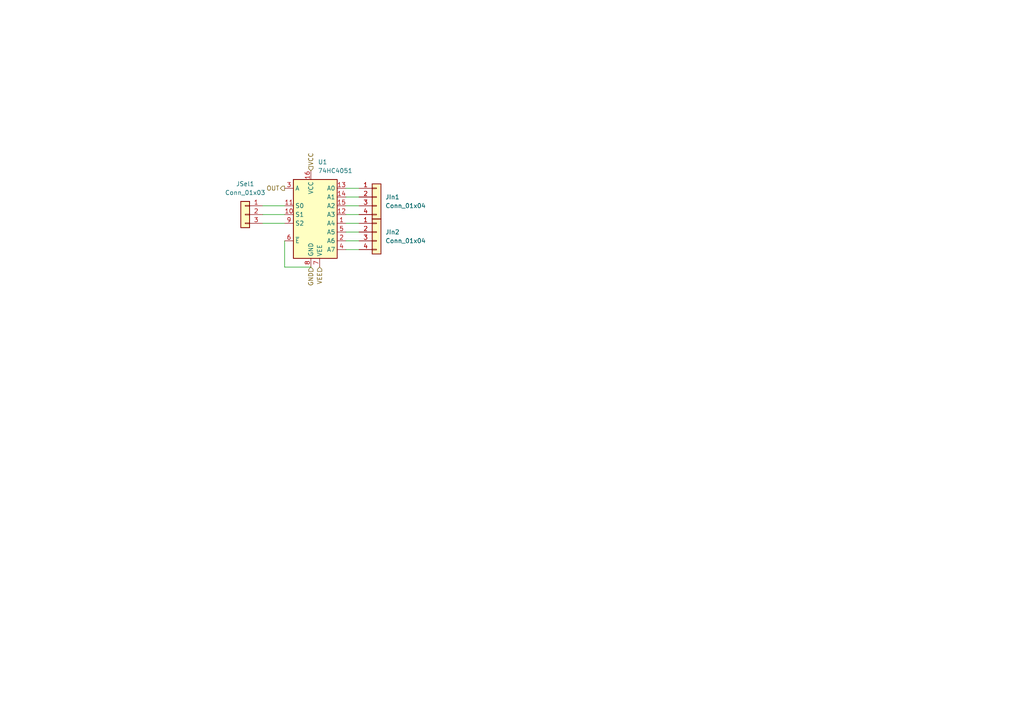
<source format=kicad_sch>
(kicad_sch (version 20230121) (generator eeschema)
  (paper "A4")
  (lib_symbols
    (symbol "74xx:74HC4051"
      (property "Reference" "U" (at -5.08 11.43 0))
      (property "Value" "74HC4051" (at -7.62 -13.97 0))
      (symbol "74HC4051_0_1"
        (rectangle (start -5.08 10.16) (end 7.62 -12.7) (stroke (width 0.254)) (fill (type background)))
      )
      (symbol "74HC4051_1_1"
        (pin passive line (at 10.16 -2.54 180) (length 2.54) (name "A4") (number "1"))
        (pin input line (at -7.62 0 0) (length 2.54) (name "S1") (number "10"))
        (pin input line (at -7.62 2.54 0) (length 2.54) (name "S0") (number "11"))
        (pin passive line (at 10.16 0 180) (length 2.54) (name "A3") (number "12"))
        (pin passive line (at 10.16 7.62 180) (length 2.54) (name "A0") (number "13"))
        (pin passive line (at 10.16 5.08 180) (length 2.54) (name "A1") (number "14"))
        (pin passive line (at 10.16 2.54 180) (length 2.54) (name "A2") (number "15"))
        (pin power_in line (at 0 12.7 270) (length 2.54) (name "VCC") (number "16"))
        (pin passive line (at 10.16 -7.62 180) (length 2.54) (name "A6") (number "2"))
        (pin passive line (at -7.62 7.62 0) (length 2.54) (name "A") (number "3"))
        (pin passive line (at 10.16 -10.16 180) (length 2.54) (name "A7") (number "4"))
        (pin passive line (at 10.16 -5.08 180) (length 2.54) (name "A5") (number "5"))
        (pin input line (at -7.62 -7.62 0) (length 2.54) (name "~{E}") (number "6"))
        (pin power_in line (at 2.54 -15.24 90) (length 2.54) (name "VEE") (number "7"))
        (pin power_in line (at 0 -15.24 90) (length 2.54) (name "GND") (number "8"))
        (pin input line (at -7.62 -2.54 0) (length 2.54) (name "S2") (number "9"))
      )
    )
    (symbol "Connector_Generic:Conn_01x03" (pin_names (offset 1.016) hide)
      (property "Reference" "J" (at 0 5.08 0))
      (property "Value" "Conn_01x03" (at 0 -5.08 0))
      (symbol "Conn_01x03_1_1"
        (rectangle (start -1.27 -2.413) (end 0 -2.667) (stroke (width 0.1524)))
        (rectangle (start -1.27 0.127) (end 0 -0.127) (stroke (width 0.1524)))
        (rectangle (start -1.27 2.667) (end 0 2.413) (stroke (width 0.1524)))
        (rectangle (start -1.27 3.81) (end 1.27 -3.81) (stroke (width 0.254)) (fill (type background)))
        (pin passive line (at -5.08 2.54 0) (length 3.81) (name "Pin_1") (number "1"))
        (pin passive line (at -5.08 0 0) (length 3.81) (name "Pin_2") (number "2"))
        (pin passive line (at -5.08 -2.54 0) (length 3.81) (name "Pin_3") (number "3"))
      )
    )
    (symbol "Connector_Generic:Conn_01x04" (pin_names (offset 1.016) hide)
      (property "Reference" "J" (at 0 5.08 0))
      (property "Value" "Conn_01x04" (at 0 -7.62 0))
      (symbol "Conn_01x04_1_1"
        (rectangle (start -1.27 -4.953) (end 0 -5.207) (stroke (width 0.1524)))
        (rectangle (start -1.27 -2.413) (end 0 -2.667) (stroke (width 0.1524)))
        (rectangle (start -1.27 0.127) (end 0 -0.127) (stroke (width 0.1524)))
        (rectangle (start -1.27 2.667) (end 0 2.413) (stroke (width 0.1524)))
        (rectangle (start -1.27 3.81) (end 1.27 -6.35) (stroke (width 0.254)) (fill (type background)))
        (pin passive line (at -5.08 2.54 0) (length 3.81) (name "Pin_1") (number "1"))
        (pin passive line (at -5.08 0 0) (length 3.81) (name "Pin_2") (number "2"))
        (pin passive line (at -5.08 -2.54 0) (length 3.81) (name "Pin_3") (number "3"))
        (pin passive line (at -5.08 -5.08 0) (length 3.81) (name "Pin_4") (number "4"))
      )
    )
  )
  (wire (pts (xy 100.33 54.61) (xy 104.14 54.61)))
  (wire (pts (xy 82.55 77.47) (xy 90.17 77.47)))
  (wire (pts (xy 76.2 64.77) (xy 82.55 64.77)))
  (wire (pts (xy 100.33 64.77) (xy 104.14 64.77)))
  (wire (pts (xy 100.33 69.85) (xy 104.14 69.85)))
  (wire (pts (xy 100.33 59.69) (xy 104.14 59.69)))
  (wire (pts (xy 100.33 57.15) (xy 104.14 57.15)))
  (wire (pts (xy 100.33 62.23) (xy 104.14 62.23)))
  (wire (pts (xy 100.33 72.39) (xy 104.14 72.39)))
  (wire (pts (xy 76.2 62.23) (xy 82.55 62.23)))
  (wire (pts (xy 76.2 59.69) (xy 82.55 59.69)))
  (wire (pts (xy 82.55 69.85) (xy 82.55 77.47)))
  (wire (pts (xy 100.33 67.31) (xy 104.14 67.31)))
  (hierarchical_label "VEE" (shape input) (at 92.71 77.47 270))
  (hierarchical_label "VCC" (shape input) (at 90.17 49.53 90))
  (hierarchical_label "GND" (shape input) (at 90.17 77.47 270))
  (hierarchical_label "OUT" (shape output) (at 82.55 54.61 180))
  (symbol (lib_id "Connector_Generic:Conn_01x03") (at 71.12 62.23 0) (mirror y) (unit 1)
    (property "Reference" "JSel1" (at 71.12 53.34 0))
    (property "Value" "Conn_01x03" (at 71.12 55.88 0))
    (property "Footprint" "Connector_PinHeader_2.54mm:PinHeader_1x03_P2.54mm_Vertical" (effects hide))
    (instances (project "pcb_6_muxes" (path "" (reference "JSel1") (unit 1)) (path "" (reference "JSel2") (unit 1)) (path "" (reference "JSel3") (unit 1)) (path "" (reference "JSel4") (unit 1)) (path "" (reference "JSel5") (unit 1)) (path "" (reference "JSel6") (unit 1))))
  )
  (symbol (lib_id "Connector_Generic:Conn_01x04") (at 109.22 57.15 0) (unit 1)
    (property "Reference" "JIn1" (at 111.76 57.15 0) (effects (justify left)))
    (property "Value" "Conn_01x04" (at 111.76 59.69 0) (effects (justify left)))
    (property "Footprint" "Connector_PinHeader_2.54mm:PinHeader_1x04_P2.54mm_Vertical" (effects hide))
    (instances (project "pcb_6_muxes" (path "" (reference "JIn1") (unit 1)) (path "" (reference "JIn3") (unit 1)) (path "" (reference "JIn5") (unit 1)) (path "" (reference "JIn7") (unit 1)) (path "" (reference "JIn9") (unit 1)) (path "" (reference "JIn11") (unit 1))))
  )
  (symbol (lib_id "Connector_Generic:Conn_01x04") (at 109.22 67.31 0) (unit 1)
    (property "Reference" "JIn2" (at 111.76 67.31 0) (effects (justify left)))
    (property "Value" "Conn_01x04" (at 111.76 69.85 0) (effects (justify left)))
    (property "Footprint" "Connector_PinHeader_2.54mm:PinHeader_1x04_P2.54mm_Vertical" (effects hide))
    (instances (project "pcb_6_muxes" (path "" (reference "JIn2") (unit 1)) (path "" (reference "JIn4") (unit 1)) (path "" (reference "JIn6") (unit 1)) (path "" (reference "JIn8") (unit 1)) (path "" (reference "JIn10") (unit 1)) (path "" (reference "JIn12") (unit 1))))
  )
  (symbol (lib_id "74xx:74HC4051") (at 90.17 62.23 0) (unit 1)
    (property "Reference" "U1" (at 92.1894 46.99 0) (effects (justify left)))
    (property "Value" "74HC4051" (at 92.1894 49.53 0) (effects (justify left)))
    (property "Footprint" "Library:DIP-16_W12.7mm_LongPads" (effects hide))
    (property "Datasheet" "http://www.ti.com/lit/ds/symlink/cd74hc4051.pdf" (effects hide))
    (instances (project "pcb_6_muxes" (path "" (reference "U1") (unit 1)) (path "" (reference "U2") (unit 1)) (path "" (reference "U3") (unit 1)) (path "" (reference "U4") (unit 1)) (path "" (reference "U5") (unit 1)) (path "" (reference "U6") (unit 1))))
  )
)
</source>
